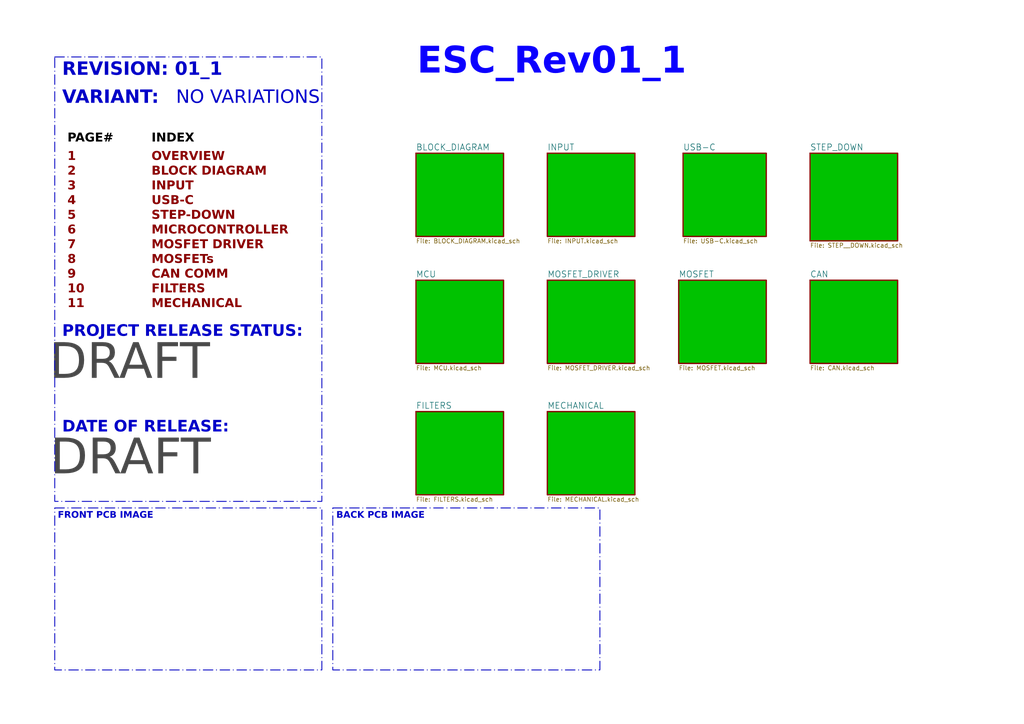
<source format=kicad_sch>
(kicad_sch
	(version 20250114)
	(generator "eeschema")
	(generator_version "9.0")
	(uuid "e63e39d7-6ac0-4ffd-8aa3-1841a4541b55")
	(paper "A4")
	(title_block
		(title "PCB Mastery Project")
		(date "2026-01-27")
		(rev "01_1")
		(company "Integro Consulting AB")
		(comment 1 "00000001")
		(comment 2 "TBD")
		(comment 3 "TBD")
		(comment 4 "Josue Godinez")
	)
	(lib_symbols)
	(rectangle
		(start 15.875 16.51)
		(end 93.345 145.415)
		(stroke
			(width 0.254)
			(type dash_dot)
		)
		(fill
			(type none)
		)
		(uuid aa4c5776-93d0-4590-b82b-a22c50dbc864)
	)
	(rectangle
		(start 96.52 147.32)
		(end 173.99 194.31)
		(stroke
			(width 0.254)
			(type dash_dot)
		)
		(fill
			(type none)
		)
		(uuid ade7c983-d1f4-42e0-8182-e97d6d1d77d7)
	)
	(rectangle
		(start 15.875 147.32)
		(end 93.345 194.31)
		(stroke
			(width 0.254)
			(type dash_dot)
		)
		(fill
			(type none)
		)
		(uuid afe55bda-016c-4d94-b95f-f589596b8050)
	)
	(text "VARIANT:"
		(exclude_from_sim no)
		(at 18.034 29.464 0)
		(effects
			(font
				(face "Arial Black")
				(size 3.81 3.81)
			)
			(justify left)
		)
		(uuid "136bdde4-4ca9-484e-a1b4-ddf47f4bfc06")
	)
	(text "NO VARIATIONS"
		(exclude_from_sim no)
		(at 51.054 29.464 0)
		(effects
			(font
				(face "Arial")
				(size 3.81 3.81)
			)
			(justify left)
		)
		(uuid "1bdf96a8-8ab5-41fa-9399-380133cbb098")
	)
	(text "1				OVERVIEW\n2				BLOCK DIAGRAM\n3				INPUT\n4				USB-C\n5				STEP-DOWN\n6				MICROCONTROLLER\n7				MOSFET DRIVER\n8				MOSFETs\n9				CAN COMM\n10				FILTERS\n11				MECHANICAL"
		(exclude_from_sim no)
		(at 19.558 67.564 0)
		(effects
			(font
				(face "Arial Black")
				(size 2.54 2.54)
				(color 132 0 0 1)
			)
			(justify left)
		)
		(uuid "1df003ef-811b-4673-b04a-c17c13e4a3db")
	)
	(text "PAGE#		INDEX"
		(exclude_from_sim no)
		(at 19.558 40.894 0)
		(effects
			(font
				(face "Arial Black")
				(size 2.54 2.54)
				(color 0 0 0 1)
			)
			(justify left)
		)
		(uuid "1fb4dc59-6f58-4319-80f2-f1fabfc345f2")
	)
	(text "DRAFT"
		(exclude_from_sim no)
		(at 37.846 135.89 0)
		(effects
			(font
				(face "Arial Narrow")
				(size 10.16 10.16)
				(color 72 72 72 1)
			)
		)
		(uuid "25a0abcf-c527-4da7-aa53-c3bcd126cb64")
	)
	(text "PROJECT RELEASE STATUS:\n\n\n\n\nDATE OF RELEASE:"
		(exclude_from_sim no)
		(at 18.034 110.998 0)
		(effects
			(font
				(face "Arial Black")
				(size 3.302 3.302)
			)
			(justify left)
		)
		(uuid "55f95346-bb78-40e5-9595-b0811245b74b")
	)
	(text "ESC_Rev01_1"
		(exclude_from_sim no)
		(at 160.02 20.066 0)
		(effects
			(font
				(face "Arial Black")
				(size 7.62 7.62)
				(thickness 0.254)
				(bold yes)
				(color 9 0 255 1)
			)
		)
		(uuid "84ff3096-5118-4269-9e1f-1f812a6a5c2c")
	)
	(text "FRONT PCB IMAGE"
		(exclude_from_sim no)
		(at 16.764 150.114 0)
		(effects
			(font
				(face "Arial Black")
				(size 1.905 1.905)
				(thickness 0.254)
				(bold yes)
			)
			(justify left)
		)
		(uuid "8d29ca63-9d08-4f98-b544-350dcab9e3a1")
	)
	(text "REVISION: ${REVISION}"
		(exclude_from_sim no)
		(at 18.034 21.336 0)
		(effects
			(font
				(face "Arial Black")
				(size 3.81 3.81)
			)
			(justify left)
		)
		(uuid "a0bd2ae0-2437-44c5-86a6-f73ad6bb9cb8")
	)
	(text "DRAFT"
		(exclude_from_sim no)
		(at 37.592 108.204 0)
		(effects
			(font
				(face "Arial Narrow")
				(size 10.16 10.16)
				(color 72 72 72 1)
			)
		)
		(uuid "ae2d8159-a18c-4f10-80ca-357bb1293c06")
	)
	(text "BACK PCB IMAGE"
		(exclude_from_sim no)
		(at 97.536 150.114 0)
		(effects
			(font
				(face "Arial Black")
				(size 1.905 1.905)
				(thickness 0.254)
				(bold yes)
			)
			(justify left)
		)
		(uuid "cdec3bc3-0264-4693-85ae-a841614b3b80")
	)
	(sheet
		(at 158.75 81.28)
		(size 25.4 24.13)
		(exclude_from_sim no)
		(in_bom yes)
		(on_board yes)
		(dnp no)
		(fields_autoplaced yes)
		(stroke
			(width 0.381)
			(type solid)
		)
		(fill
			(color 0 194 0 1.0000)
		)
		(uuid "4a69dce2-d5c3-4afc-9f40-a99df22bff30")
		(property "Sheetname" "MOSFET_DRIVER"
			(at 158.75 80.5684 0)
			(effects
				(font
					(size 1.778 1.778)
				)
				(justify left bottom)
			)
		)
		(property "Sheetfile" "MOSFET_DRIVER.kicad_sch"
			(at 158.75 105.9946 0)
			(effects
				(font
					(size 1.27 1.27)
				)
				(justify left top)
			)
		)
		(instances
			(project "DesingCourse_Project"
				(path "/e63e39d7-6ac0-4ffd-8aa3-1841a4541b55"
					(page "7")
				)
			)
		)
	)
	(sheet
		(at 234.95 81.28)
		(size 25.4 24.13)
		(exclude_from_sim no)
		(in_bom yes)
		(on_board yes)
		(dnp no)
		(fields_autoplaced yes)
		(stroke
			(width 0.381)
			(type solid)
		)
		(fill
			(color 0 194 0 1.0000)
		)
		(uuid "4b3fa387-87ed-4757-a85e-cf275a3b7618")
		(property "Sheetname" "CAN"
			(at 234.95 80.5684 0)
			(effects
				(font
					(size 1.778 1.778)
				)
				(justify left bottom)
			)
		)
		(property "Sheetfile" "CAN.kicad_sch"
			(at 234.95 105.9946 0)
			(effects
				(font
					(size 1.27 1.27)
				)
				(justify left top)
			)
		)
		(instances
			(project "DesingCourse_Project"
				(path "/e63e39d7-6ac0-4ffd-8aa3-1841a4541b55"
					(page "9")
				)
			)
		)
	)
	(sheet
		(at 158.75 119.38)
		(size 25.4 24.13)
		(exclude_from_sim no)
		(in_bom yes)
		(on_board yes)
		(dnp no)
		(fields_autoplaced yes)
		(stroke
			(width 0.381)
			(type solid)
		)
		(fill
			(color 0 194 0 1.0000)
		)
		(uuid "6569bcff-12b2-4a10-a6fe-47180228aeb4")
		(property "Sheetname" "MECHANICAL"
			(at 158.75 118.6684 0)
			(effects
				(font
					(size 1.778 1.778)
				)
				(justify left bottom)
			)
		)
		(property "Sheetfile" "MECHANICAL.kicad_sch"
			(at 158.75 144.0946 0)
			(effects
				(font
					(size 1.27 1.27)
				)
				(justify left top)
			)
		)
		(instances
			(project "DesingCourse_Project"
				(path "/e63e39d7-6ac0-4ffd-8aa3-1841a4541b55"
					(page "11")
				)
			)
		)
	)
	(sheet
		(at 234.95 44.45)
		(size 25.4 25.4)
		(exclude_from_sim no)
		(in_bom yes)
		(on_board yes)
		(dnp no)
		(fields_autoplaced yes)
		(stroke
			(width 0.381)
			(type solid)
		)
		(fill
			(color 0 194 0 1.0000)
		)
		(uuid "8a1b1718-43cd-4989-a0f9-62c0bd99cf16")
		(property "Sheetname" "STEP_DOWN"
			(at 234.95 43.7384 0)
			(effects
				(font
					(size 1.778 1.778)
				)
				(justify left bottom)
			)
		)
		(property "Sheetfile" "STEP__DOWN.kicad_sch"
			(at 234.95 70.4346 0)
			(effects
				(font
					(size 1.27 1.27)
				)
				(justify left top)
			)
		)
		(instances
			(project "DesingCourse_Project"
				(path "/e63e39d7-6ac0-4ffd-8aa3-1841a4541b55"
					(page "5")
				)
			)
		)
	)
	(sheet
		(at 158.75 44.45)
		(size 25.4 24.13)
		(exclude_from_sim no)
		(in_bom yes)
		(on_board yes)
		(dnp no)
		(fields_autoplaced yes)
		(stroke
			(width 0.381)
			(type solid)
		)
		(fill
			(color 0 194 0 1.0000)
		)
		(uuid "b071a88d-8f86-4cf2-bb66-295bf7cf91cc")
		(property "Sheetname" "INPUT"
			(at 158.75 43.7384 0)
			(effects
				(font
					(size 1.778 1.778)
				)
				(justify left bottom)
			)
		)
		(property "Sheetfile" "INPUT.kicad_sch"
			(at 158.75 69.1646 0)
			(effects
				(font
					(size 1.27 1.27)
				)
				(justify left top)
			)
		)
		(instances
			(project "DesingCourse_Project"
				(path "/e63e39d7-6ac0-4ffd-8aa3-1841a4541b55"
					(page "3")
				)
			)
		)
	)
	(sheet
		(at 120.65 81.28)
		(size 25.4 24.13)
		(exclude_from_sim no)
		(in_bom yes)
		(on_board yes)
		(dnp no)
		(fields_autoplaced yes)
		(stroke
			(width 0.381)
			(type solid)
		)
		(fill
			(color 0 194 0 1.0000)
		)
		(uuid "c582aa5b-bceb-43c7-823e-4bc027bffba3")
		(property "Sheetname" "MCU"
			(at 120.65 80.5684 0)
			(effects
				(font
					(size 1.778 1.778)
				)
				(justify left bottom)
			)
		)
		(property "Sheetfile" "MCU.kicad_sch"
			(at 120.65 105.9946 0)
			(effects
				(font
					(size 1.27 1.27)
				)
				(justify left top)
			)
		)
		(instances
			(project "DesingCourse_Project"
				(path "/e63e39d7-6ac0-4ffd-8aa3-1841a4541b55"
					(page "6")
				)
			)
		)
	)
	(sheet
		(at 120.65 44.45)
		(size 25.4 24.13)
		(exclude_from_sim no)
		(in_bom yes)
		(on_board yes)
		(dnp no)
		(fields_autoplaced yes)
		(stroke
			(width 0.381)
			(type solid)
		)
		(fill
			(color 0 194 0 1.0000)
		)
		(uuid "d8ac4871-c245-42c6-924a-c09cb895b08b")
		(property "Sheetname" "BLOCK_DIAGRAM"
			(at 120.65 43.7384 0)
			(effects
				(font
					(size 1.778 1.778)
				)
				(justify left bottom)
			)
		)
		(property "Sheetfile" "BLOCK_DIAGRAM.kicad_sch"
			(at 120.65 69.1646 0)
			(effects
				(font
					(size 1.27 1.27)
				)
				(justify left top)
			)
		)
		(instances
			(project "DesingCourse_Project"
				(path "/e63e39d7-6ac0-4ffd-8aa3-1841a4541b55"
					(page "2")
				)
			)
		)
	)
	(sheet
		(at 198.12 44.45)
		(size 24.13 24.13)
		(exclude_from_sim no)
		(in_bom yes)
		(on_board yes)
		(dnp no)
		(fields_autoplaced yes)
		(stroke
			(width 0.381)
			(type solid)
		)
		(fill
			(color 0 194 0 1.0000)
		)
		(uuid "e3a1114c-c195-4aae-8187-1e9a7003e7fb")
		(property "Sheetname" "USB-C"
			(at 198.12 43.7384 0)
			(effects
				(font
					(size 1.778 1.778)
				)
				(justify left bottom)
			)
		)
		(property "Sheetfile" "USB-C.kicad_sch"
			(at 198.12 69.1646 0)
			(effects
				(font
					(size 1.27 1.27)
				)
				(justify left top)
			)
		)
		(instances
			(project "DesingCourse_Project"
				(path "/e63e39d7-6ac0-4ffd-8aa3-1841a4541b55"
					(page "4")
				)
			)
		)
	)
	(sheet
		(at 120.65 119.38)
		(size 25.4 24.13)
		(exclude_from_sim no)
		(in_bom yes)
		(on_board yes)
		(dnp no)
		(fields_autoplaced yes)
		(stroke
			(width 0.381)
			(type solid)
		)
		(fill
			(color 0 194 0 1.0000)
		)
		(uuid "e7a64f0b-8c12-48e4-bfcc-b340889fa772")
		(property "Sheetname" "FILTERS"
			(at 120.65 118.6684 0)
			(effects
				(font
					(size 1.778 1.778)
				)
				(justify left bottom)
			)
		)
		(property "Sheetfile" "FILTERS.kicad_sch"
			(at 120.65 144.0946 0)
			(effects
				(font
					(size 1.27 1.27)
				)
				(justify left top)
			)
		)
		(instances
			(project "DesingCourse_Project"
				(path "/e63e39d7-6ac0-4ffd-8aa3-1841a4541b55"
					(page "10")
				)
			)
		)
	)
	(sheet
		(at 196.85 81.28)
		(size 25.4 24.13)
		(exclude_from_sim no)
		(in_bom yes)
		(on_board yes)
		(dnp no)
		(fields_autoplaced yes)
		(stroke
			(width 0.381)
			(type solid)
		)
		(fill
			(color 0 194 0 1.0000)
		)
		(uuid "ec8aa407-63fb-4479-a06c-7583509c2e96")
		(property "Sheetname" "MOSFET"
			(at 196.85 80.5684 0)
			(effects
				(font
					(size 1.778 1.778)
				)
				(justify left bottom)
			)
		)
		(property "Sheetfile" "MOSFET.kicad_sch"
			(at 196.85 105.9946 0)
			(effects
				(font
					(size 1.27 1.27)
				)
				(justify left top)
			)
		)
		(instances
			(project "DesingCourse_Project"
				(path "/e63e39d7-6ac0-4ffd-8aa3-1841a4541b55"
					(page "8")
				)
			)
		)
	)
	(sheet_instances
		(path "/"
			(page "1")
		)
	)
	(embedded_fonts no)
	(embedded_files
		(file
			(name "JGB template.kicad_wks")
			(type worksheet)
			(data |KLUv/WDZWzXhAa6pRBwOHdBIIvkoz/9chfy55v5yDNpXWcNNhOphlO6GgeUFPA4EDgcOsUVwwRIj
				u8FyoXFVtPzS54Z/LhnQ13KRuKE12DmLnOrrroz+nrn4ZvBq2Ne8XdSbnG/gJrQaP6hortt7WlO8
				UcslOFqxrC6Lum4GKy2NRQ9vOROkHSqMXqdzbSlyO06T5YDLMBVi4tBSZAUp4a6G6hZU+7IyCLi7
				v6G6qSg3VkrqRfKws4UUuS8QYrYXR3L1niw9jOwBwaBueN7KNopF3PrX5/qjxNwmkOtf5xQCP99/
				svGXo65Pyj+DbYmqxhzV2IEyai6jhhpr4o2f6jfPcRV/he1abov3DJHc5jJ3cRcG+2SxOfq579/z
				lXXcyiXqMWZigLGG3E9sgI+V1m0A6pGxrn3o6lDfr8Ec3YQXF+VKVtTMNVzO45NpnOmLie5IA8vC
				+YxGxi/P59/he1e9nEsqjibILElGld5q0nztGEz2VCjPQl3etxhQwx17n3o8YF/Yh9RYKZzYXljn
				+cbP2ngC5o71aRgEOjx8dJCAG06q8DaydwTZNsyirB2uFz08YOoPQpx3El0NrQiusuZhUN+PEeMA
				aakzjB9WwVOc2Q/xMUVFg2IQByHqCH7wkDQUhnX7UZ9q5Oq2rQVB5AQU1IGDTTIXelfW1aYZoi2f
				OciJKTiMuhyi7r+9rF3yNHeQQqlMKlriRngX1EIHDzLaCD7H7Wj78SGjDbV6HFtXYrcBiyN2fkKr
				AHdDlrCNEFOY1J8E0lo2FoLCyAw5FTIK5YePEp7oGITaXHuZ62PPT8D5Twm303h/miLcGdNb72Qk
				tDtm9Q7z/fsO3srz9/6avFuLWRM3E+K+vqitv67nhIlveCJZcabPaJKm7FL8bBRgf+yBedFe57m6
				k5N4o9XVx9bt2yEXw2qyEunrqCcZXlSPiwZ63yMji83vDjHL4tCXjhriYN8GOBFJISIQta/cqq5i
				5Eyb9R1VUs4qzNaHDnzbUNHON6ymZfb+xYpiPMcYWANE/uUmFNv//45zrVONBsldgLqaowusXkd4
				CU3SASwptWHHP08bTzDj3wJZbAsFA4ZwyQ6KuaPhOUce9U8aYBwugPdz4yNjgHkn7VjimQ3VM/3b
				hxFsW0rLaEKFY9UjWHMc8CLR7YJQS68nHK4a1v+c8wp+l3/uFq7ekPak3uVpS3NEzsv9nYPZAGFf
				075PPQqUxdYFZc+DDYpo3bWvWwR4CQwoaAK/7j/UZA4DfBRcEVWJHh+OYSg/323Y9LT27e2EelfF
				b7eNYTio2gzjfUCNfJmiSzUjtT05fcCM6NvNGCFYBBrUfREaG/IfYjm6cPpMoMCWrFHZVOOF0fZF
				XwRS2PziFSYXA7IfIRfOQvWr5TLeVs8yVzfONyNG7olUrws9ushxYtMPD1qtzZsF3AWkE4XiKuKE
				zOz3mBD4IuwjzCqCSwSxWkJInVhbVVRr8c1S/KcLGwT9FrC4oPmPwlYPNOifH2jGjN3kRdbi9Y0m
				WYCa/sI547eSpQpn4gn4lFOnbbUEWgHpgcmNtz5XP6epaF0KuJk7VRvcpwGDSJSBbR39/eA5tlUZ
				fdVoD8sIe5A+B3baKyRaAyJARy78aycGWT+3gtMf0XwO8I39P0aty8hZqeVFU8AiPgpOgYVvg7Jb
				RfOAjPtMtBLvxSgiUr5/LhNvJ2cLBCYyHLx/3Ws/+Kq11bE3JfYfB8TFELhq7Cf8nKJDLSaEcvt7
				CrNvuVnFvVZPuwOx/CVElS5Bvb7mNPkpdE/saL6w44BYMyMyQvgSzBPps+HjsiS2oeh35R6bryYs
				gpeYayPmOJIJqDSRiSvPoSlDu4KvjpRhKi0VSJWoGAUr7iEC5504VnZlyk5pHF9Jnp5726kuFadG
				dP4iicL7gxb3NN6pUhYbw0Cnjo85L3PLmUowgzbwPBsqk5PsFI0aU7NiRn8x6ixcsze89KAjfX6d
				9/kjczYT0hDvvrKBqQ72vcUZQuh4pRVtvi17Z/IYBxeeay/AHGJf6XBmBWOPUVKHxId5hDfpIRFf
				ymQXIfdZQ0+vPhZcSSHGNV1yupLexY/vvUtRYY4Nn1AO87ceoiO5c2plV5oOJw/1YIZd5OFJNFDi
				6zwd6kNlv4Zuaszge2BwkLvZscNuDsTR+xhxtXah2On5ug4KYQv2yBGJfYNfJy8ncHgyJ/2vg9Ob
				nAD1CJcrLNgPgq0VjftS3JjP/RtrTGxXPLwx0GIMDFc11JHUau+CE0RS7Lu8RUiyu0Ht9NZLTe+y
				fsmYzN+Eif0/E4ukm0iuX7aJ93L2unqyHhvpmwI/bjtR6T/2t7VP8f/+parNbPdNLktpT/hXdCIE
				qmTKnWlGJ07QsFvDLw2JNPQUWCY9Re4tZkjdR4zw3KZvraP0GZsc2ew3bEG9oSobtJtto5lsvMyV
				/32yt1dZhcaEpFtdcbK74c9nuRpjfG0CUeRI7tqHQvBmpdiucTpFFORm2VjjOTyciFVH5AhpLtLx
				2x1S7zfNY9xSDLy6s0uvdBcDQVM5ztiMhYEDCWUN2Pr/V/yg5nLWOU2lrg9VsJKBjRm2uX+pAP4H
				qOIWaBYpCcdyYuRKws6ycokXAYmvMxw5i+9r/mwHGHnX1/5HwcB3/Rta4rJpx0iiM1tIz0oC6Ven
				hV6zhd7nOUGraUnzF02m/h0F+0McSlA/TugdlIz7Rg+bAhQS0X+fqduVwRLGZBgz949sNYAxCsSH
				Ne3OySiJPOuf+13A6VUmEJXsWFbDtZGfgbfiQrDLQfBr6vQsrHcxr0r6Fy9cXtBMK7655JhkmY60
				oUfJx1Mh56Q6R7VRZK9voIyvYTp74abxV5x8YkjjGw12brZjCW5w6AZCjd6vymZm1noSaQ4qThuW
				WdFEwlUhKU3IS7sw7xNMv+rtdnBoMLjSoEBzt9+19PeKfDfm+YWkfP+0LOPHZPHHJgLySYpQLGHy
				fx8qHJC9U8ZTB9ladwRGcI6miVsXmEy6LZHouExpoNAU8QgmA6sCLPKvFFF5I/F+ogyMgPVx18cy
				LplWQMr/sW/cN3/NtGTyBalGkZSksQIZJjhaAnk+quVZUioyaUXwdjQyh8mhmYPI7SVlNBcP0uCh
				jDsTLHnq+0l8tXKLCNUXvLbmG3aen0WI6Qx9N/dai50seLS3GyhB/8AdrWY9dy7bcoWquMu9N2Ui
				Oat+/WICfPrR8hvgyOe9mh5s/jXwK7CiG4ghAprIYjpDeXxzE5BPNAd74bTL1+wU4MmvFeUq0CIo
				gPT5bFGsmR4MFrOjgVCxqIiLLzG2GMHeoHOQNRrdjj364SCRhFZIAVspTLMVzwLPRpvi0KyqcHkQ
				/mUcCPdTSN7OHPGINf4NzB8vSOKed7IPzk+ePHkjQUcsOF6o/qErR/UfhZ/20JiQPGS6F+CoL2wJ
				QsrnRzfbGQef/TH5Bgq4ZpzzzIPOkamXoVKSjBb9dnPL5t9AGQ6rurtRy9bAwpjBpzHD/d5e1vsK
				Ii1BAe6Eq2ctIgyCJ7OATcsK8MKj049iV2CgauZl6PHkrwx/Je1h31PUVRVLj6jmEIjJ5DUTiS4M
				ZsOpJg6r0UdOIalA83abhJiNZUI3/mqSdaa4nFVk5Ox8T2zzlXjQCRhpTG7SCLZkB6eQ1nSqBv3P
				wvxRe1wUFShIuhEcPn70+8HsauEGt53cgE06wcXfD5qL7QsFuvY6iO5otV2IWkexD95/239tL3qp
				HktNw6Rx+2c4qNOs0lGFNRxz5wLyePFXgrtBh56T4wG+a8Acca2XG21k1w/tJDn0Ag3d7OgbsPFG
				pVhK4p+HU0pC7XCPvaWDZ5jTswLk0DqTacrcjwnPafHfs/iN+DVm58VdfZTsPx1Jo5XNLLZSGIlT
				wjfQYZL5LnppP/4hXRQd10lHM1881WgX+8OHewXuGfU4R61BnlcfUm7UALtB7PQogyFjjTY1O3Sg
				s5hwNkt+ZDY0ENn8mwBVw2OjjZAdXxOY9xzwBuSW8IdecA95HM2r4yCKu2vCJ5N1HtiiF39nr+m4
				miVsZKrBKDZzWLsN+roeGk54ON8hj1p9ug6ydNGyHrTmU+jim3WxtxfH8L0pTHaLeNs5Coekmtpe
				U2GQKqOBx0arGnhvkrKBpr9bhYc+m0unH467VoEBtV9BkPxYkDZtZWINfiMt0rksUoVP/VRB9Vk4
				lMAuFMWRMeX3WDD5ck8beZ4lQWSA3N3KrUSvcxyuD6v7uGLNCW7YkwaaBKsQGqgrijixatlAWioZ
				kw4AAHBeWr/2G8K8hmiPpGmhF0cXclEMHwWFclBINk/58B4LRi3oZQ3NTtfAd5oTugM4wMzNlDhA
				jU00qU05d89kp++6bgYDqg7IUfWl741RGAQQxsybN1Qwy4GABPjnAanKq26RFAhjFMZRMAaRFINB
				fFkU8GezlumnGIYBAUNxAIKAgyGzZgtoj0J9zfZFEeUti4GAI9BkEVZJroS6sZm7BxygOKBQEDAQ
				EfZVX5y7X0EUROoekKtq6xFAaAAB0moAB+SmfNPrAbdam1sXbc2m/q6XxvR5wFFUYdTtarcsAzjg
				IhBwHMAMRKZVXheFC4Cap7oYUAAEAQiDgOQAZWlA9DXQAiLQ8yoGFOCABKi5Cd337d9qPqvoAf7q
				5rj+Eo1fIAcM53kOhGEAAOQzvRIHIMUBOF0PgBjAAWeODAZSHDAgfn+js5ubaq0eMNzqfNNoHh8w
				HDAMAEbp+DxAjXM3P0Bt8wPSWadv84ABHJDPqizTaHFAcUA6q4dxwEAQB+S3meMDGMABqmzOOare
				BpDpPKfPms5b1r0H4oDZZW9TXkC+qvEBEAIBwwFtnrq8OrvxARAEEAeov4vnvZobAAC1nqv4gABm
				AAsYgJuqC4jrARxw07l5q7PKHmAhCMIohuKAmXbxW90NAIAACACH+QWkJurCBgjy5P0P6haQw0/4
				nw0CTljZRIgJLUvl144K21RvIc/63KIh1jZF3769Y3T3SaGr/0k6AgXQYL7y98wJ1GVimAkoJI2Y
				q5heKlfcIX7nBww5Q348qgcZehe7kCiwG/8DED1ByDLTF3yL/vFz+XHA69hzBjbiCQZbF02BjYeY
				uB4WESPJtiOMrTRyrXR7oacSflYbjGDF/uYkS5tn2+So48zAAsna/bixo1afVCUeyCHStUMLsR0f
				o3+Syaj5vdyo3BvuTP8m+zQuFpsJpErAtMPM7zRHnD1B29T/62InhT4szYgL9pj/mPy5dQa/ksHX
				l8F1aILEdLGgsFEqNsPtbstOPWoPP3bnmP/xBXKCfLodftXtFKxBD/pbu4ShOSb6xYNW/ooM8PHu
				vIswNRisakhoOipRWLmhzogIunvdmRabhrivum3b296IxuWHrsokcoQoyPUItx9Q6R+7y5zc9zGG
				TfpxP9sRB7MaHb5tRM4SjvC8/Gr+7Jd5xXiLS8JAvvr7Q4HNXGr4n4KrYJfi0yBfrYwNiHERDZeY
				pOivOM4bDeVrT4kdEHibcPoK90kgS5AlOEJBNiiNT9C9Ds3vl23xqWjrqPqdVCVdJatAroRZOizR
				ls0yVkO+o0ZqcoZfFxo5Wa9t9rntTwpgtLl1vrsSTMAFaWY3QZIa/EF8j4vrezFxtNbd0S61iWRP
				/Hyj4Zoa/NrHUkkQ4j10XvusEPzaMW+8/oi+YrJCszQuHEar7902z7U4DPbHZ5KKDAak8mxqf/hw
				RMNG8amJ6WvE90vLItb19y3vGudE9EoSnylEWM+o3AX1qqDIlT3WnhImqtMFFGBft8OlFLebzV/J
				LTSuPWMhthNIZJKsHiC7Wu/0uGhIOllUpwdCTUNNQEbhPPUgObS9bTRHm2PYhNp1tbAILjf+6ZzI
				ukVPpr653oW8NVxDJKNtwlUxL93Rns9JrbsYDBHbYW2oNvg8yP+al/J9VF/J/BV8WFXfyVqEn01K
				Cwk+PVLaDvLVN03D36D+eFRD9i5diyvcaq342cVs3nxwbhCr6Spv0zfndIAfkw9A9ch+KkclXEol
				BekZWb0ry/KHLo9tmnnWodUeH7UNGIEw8YPPFGXGHhKUnS3jcoAHolZtLTJ6J6R3Yi1RvInGCLON
				chtDv8aml0ck9Kk4hNi1KGJg7Cl8eiiodzTw98tTjtBQUnJcPyD767OAtnRJISUxE6ezbrvIMmRf
				sBLLORBJ6NRWwZNgJMOKU7MWbEGsJMdSar6NrwqMHDvs2iMmYtPEVUbp7E46SiLYbYMcPUnA1mZj
				/Srr0InGD5UJrkTuyUm89TBkUAMouedPhiKLht2Lscl/wCgfundY1KYH6l+IciL6oa4779z1CYZf
				lj0puQ/zuvzVO7BNgH6rmoDaMs/xA/OHwyz5fhvkPAukRgY6CtXKHW9utFcEC9csmF7ablagXoJ6
				X1pZLFYhyZpHestqaVjxI7U6x4VmSo6MBXfM69sDlCAjNL1URmvC/5V0XRfqqaVm85yEPVcKcxa1
				cbzSnSqFMQsJFaDzL4GoYp9iB0ogXlA0hpnvpVGKctUQQYI+fRy3DMF7MfKoeGWeXnKWXShYsM9F
				t4vfz3NKJRWRNYdEuLlSeOO4cyp7/juhqraZ+xWcDSx9w/h/iBGCjkqtEBd2sxKXKmCCrrr77Q/F
				MA35E5qDBUpEDMmYl3paeCz/vHhG0Bi/xi5I0iLz9RjvD78H6j/secLBNdy2IU3xtfiXgG8foqNK
				ohaC9eypX1psczh+TBSgVvnK8SvTLcS0FVgQ/P4RBItZtau2k8ElZPEKD8trkEcawfbJ9gWrhuYo
				aCgwIJJPS6aKlaWT4edIhk1FBOnirZ+o3BaWfzoEj2q+QUJbm+Br/IO9Ftg2T8Sn4BGXSUOdtZS6
				VF2rGwRJohFVz87/dMU6YWHeDkRVicFVEptW+eRGeF9y3Hq4jqvCZWn3BpnFFlSVjoxdm3VFz7Kz
				tVp9WFCmi7B2t5+3HupMFxSqeydrlmnbIWyqKS7zoFmuWPt//6NvLJ5t4GLplWKUYgkLoTdBkABC
				CyNekO/jsXX/eW/AyTbUayEpSdPottJllKMpIYuxBd6DseGtuSxIhG5USDYWtPVQzE0BCVlBkT8z
				WCpM/7+XLLeS5+RS7pl7PrD9K0t/C5DqSgmQUP6iFeP2a61glyR+C9IZVgTqMQoQertZALNpJPLC
				L1dF5M4i6Cs8E1pfzAzPtkPIGnwnJa4qHilQkpQqSSUapxz/BXEyJF4dRkIZdnduORAEKp/fkfu+
				bvmnKIhu17/VG0oLGjibrhq0Hc8x2dCVwnPd4ZwHVmnEBQxJZv8ad72sg8umNXPXOlPGd6xW6QfL
				aX6JTq4gR/+CI+kwURQ+HnjkLavRzFV9b8/C09yvwpsGH8T3Xqf9B9KOTeqOqmPq5qM5jj4gdUrq
				1QnO/1TtN7Sleryj+9c7amliGfeIBsgehCkn27d+aqdR4+N6JfSt6364SzrsaU6Q8llIWkRjs/Oi
				yMugmE2hPZb++eAfFG30VnNaIw2N+o+n8Bztol1WX0/2P7imVLn9TeIOgnV2VDIVSJzdtg7M9lOh
				Q8bH3Y8Xzpbil5HIHbtka1G1mBvJs0K4HC12kIXF53UlTpYF4Sa5Nnv4B3TezFPIlf5GKLJSCCqm
				mixNluM5kCQJD0+opc2AFTlKTnncq4jGYHfi6CawopCNyWdrXzB6YBWHn9vREDzvzDerdkC0k9R+
				+OxoczKSlK9HOPQA9UICXA4PTl/RLgp77wVHs2R+qlmOet9RfVHqz5fC3F4UU6Xmb2O3hQknslpe
				NToKgwMjZ5mmaRpYmOMI2sM2nWTFIA1tkja8w5Gci83raqQJlqtdbv549pF00S3XbKvHyPGW11Bf
				z65Hsna2+6TzIJoNBhe95kjyP5rn3Yjv5zUOFR34aZMBUpEW1M/Y0fXKHj1tKyzHqcTTkr2lcXJN
				WDURatH64a9iYTnME30qKHMK4WGqX7asfLbEN/boEAan73Yt4krjiDpkcrxhMgRPGB7A8VlbREcb
				hOhBTn8jrBP5+6AIHf9PGO3HZldSi7ZrW/ArBM1Fgh7VwUypgJYh8UGfiNnNCzwQ2OwEXKfirKDV
				XAMuEFZ2ZxsPDwQ+e8ZBKbK2sXLuTAGhts4IJFMEjkzGBk51Vk1ziIKhcy4qJcau5ijkrZhhqrx0
				1xOTZHvn5EGXFq5GaQ/3WloEcprBwyavHFGh22HJlIVUleAEH0/ypGfbtji1yxg5PPX2mFJM5DAb
				dKPdacE3MKoZb5WjC4SMPZIW0vi7J9qVjFnFZIcd5VG7zttlV+VZUOt2SIt0oDDBWHLmLPagBDdd
				EbaFTU/74/bv77Z4x9+u7DBR0l1WNf6dLlA4PLgeUpgM2cgjemv7lzLffIF2r7T36Gg7ZhUOfxqz
				cpg3VFRusjN9fHsi+8Hk8ws/AoQPHtzD6IYWK4AlyuquI9NuNfYsz8/DYfIhkax6u8lTFiy+XusD
				2UsypTyHdBxH3xg67LdZ7cI6gelD3tuyaNgeGCpuVVLede1kwgoqxE7dBf5BJZ2dBywsLNZxuIfV
				S7jIVYWGoa/g/SIfdgpTFO1OY/kFbFxQKPZgU0N/Sjuyx3jmObUQGIwS4BaUPqiBxwunXlQUr/Qw
				v1TqqUsrYTLa14MyZySVKwJH0N406neZTE1bnWA/oTiA/Qfk21BCrE8ZRnZKKFlvWuyQNAbbEgcN
				dkxZ3r8kDcIxJygj3lJVp/Wu1Verd+Zd7X4aoJZZ6dkG9UjD0i0OKzPfCH1GnIR9tQOMpEVCfiPy
				PQ6kHbkHDqy7jUI1F4ZSzpaPw0Oq3TV3r8JyzXikbWKITjykBincZQ91y+iOSRO1LfCp1eLTdpSp
				ZZcBV11H26XzDH9WG0P+8ipzMc1c2JL2xHrqGJN3pC3r+VOoK+ukppeSspSBj9OjrHEUI7mmcbNk
				gJtjHdmDUbLIaFQfbP+mi81DGKDiELjVUOFurzZnIoKkn7e0+RpK0uZ+JyG83BIiPJJSq8pa3+Pt
				MWBHacgRk2ZtyRoYdL5TCfhf9Vbcpf0NJ/Jm6SW4JFlt5Zm2fsSk+gnzL6tEXvk6YjqYVOclEDZM
				0Y6gmEd+dQumJDyYXHv+I3gdRWbTqNIG2zT6o2frKnskZOy4QVaBMwjWnf7Bnvx4S9S8ioc69s+w
				F6g0tdqhLhHDDu8V7q/NVL13hGF2rucRKihPnn5t/ix7d2XR8dvRO3vCFRUEpoBbJ90WyAKPVyAI
				O27Hpzy/+X1Jpxg76YqUz/mUYv+17TiTBY0PzGvMgo3HT6woJAz7isVImXq4SVUdK/Udg4vpaAcn
				91swx2sJ9bi4NRqh/wnJr3EHPNDIusIguy5VszjtYHOSuzO+7pr7OfmrFrNAibykYoUKTh0/HzBP
				Z9mXfHD9Dsskh6r1RrAqQguHibAcH1HtCvZHEXm26Mga1fekJoAqH9XgaF8oxBMMLefXP2g/LWng
				Z+L5fD5nHn3QvEk8dx3pCHeiSWuR84YD0Ecb7dNTIWPBZB3Rha2XhI0HOL2zumz+NrJPvKpB0+uG
				I2IKuvXupmWMLqkM7Hya1W7tPaa3DjSAhAYfZjrTnLKsJmWtMnOm8X/stjzKo9vme6KowA5X1HVD
				GUFCYdRulPaUUnPOuJVpppHTFk1adHiif6sSu6LJnoKyps/OWdKPBPUBoU6yUbbcno8IOLWdbAko
				+L9GQUcZdMm/aHChXYxCYk5sJpZvsH+oykjLT8xBUn50fI5uUkrLt5HowQG99pC70wY8UVaKRRSq
				Qr+VFozohFbWQEhIDMSKb3nAC9/phO5M0Ve1pHjkiRox7ScZxauZyVCNSQ5DiPu6uqZQmBwwQkbS
				WOHoAsb5VJFPZ0cDZ1nahDLx9NeAcshCxhYeSCukCUgIjYeI2Z/sTTtQoIg0efuqPb26+GFVaBb9
				nrXmeKmhMKNtzCpsFoF+PKjXhJLugLdjxp2L1NDSr3nOlY84TPpdXE6MaHIE832VHmf0tY3aXjcn
				/dA946qc281a56HqHxGv5nn4/xGYEeXqp1dfLfprbJkbtejc75joQGNFazFz8plqx+FEq/43+vDI
				IylHt12AY86EmYNOU1kMS53A9yKF3NFcJtplpugNlVWJtiFczWnJ3FOolKKHHVw6z8ROtDeQJteh
				AqUbUmgaNcPlk3ds33X7T7WAuE8Xfnx1X5sbKy8mVmYKMcvsXrvwX3Kophtu3P/sPk/hQUP9WTIl
				C3eWJUc8yaaMqYt6vLly1qaSxaVkFyUXcsxRyF83iMngtjbN5vfWuM/kXHtEfnIL3DfN9yIenUJZ
				F8ncpPQMkG8OzXrrrzlcuIHhkuNvfrjEo+N5hOerBTEa3umd1DYdQHkRXSE25712uSrEXB/BeAV8
				dKG/U54y6+BcSB2J4BiYGMeb1GMv8OuoDKrVfvvVgcojjgdcW5jOQYMRsE01a21fFp4Ic47lKgLJ
				e7LqZaaGjJGc/qtIpXqMFF8UEbAcbuJHJEB3bQbaL3mUKbAcfbE00ZlE7ot/aH7DgPxBQJL3fiWB
				La9dErCJ76nbQKL3CHOMmmz/2nx/t6QlGQv+q4Luueu4gjIHhFJnaToV3wsyv9CSV+r03RXIHVN0
				fdnVRR3anOLBylj6Vfhb+NfA25nfdhV1wTPg0ksuETymYI65aE8iobRZQY/egSLGJoe70CpDkvcX
				a3Mw/H5Gl5fGE6tnLEfc5gNvVl3rSyiAdZPGv3f6IPNDTI0UEWoXHtUFKs4vecMBT9ZrE6qxzCOQ
				fjo2yRSSrb7zhpyv9pSlyDS8mDkU0Xa/QwsavurkS3+nwmnIE3rFYXXnhicHpaPzte5CsbcqB4ob
				C89F1SuCa7W7ch1Jq8FfUqjEEkDTBeM715US6/DodnVVCThDZ9mGfkEPkryHQ05QOPV3kg99Q5X3
				RUAMZPVXFaiiT7UJdzS8JInRqlgwOwCf7ea6GRQEPFBZxcBvGIkAs72PVu2gUZZjAmv/hkICJlO0
				L+IaoCnD/YiFMlnfaeGKL5Kj+FdnUWHjIBMBlTYjmeX14QOzMS9m7+Sf7u3QFWlgrjFxpSeM/NlU
				MHZ6FTE9SbKJz6nD3VvVPSPVNuP5ws6MzDoaluNXvK6kDVnxXVpRaM93zy+EFTGfZwTPxOnM9seS
				qWht3HBWcIM3piQptFrds4yvzMqiN/auXN+1XT+ZBepdHzBwVRqL9ERtmP9TcrDVyw3p+gykk5uu
				Y3U2zISI++eiUAHtlSp+C3RIbXn6dSVMTtFonrsxl/FqKAE3iBpA3xW+spdzVY1mVTJtfu/ctA5Z
				Hb1kUYv53Ubv1NJK+e7HUeQnbsGCOxgPRoLZaOL1nGrDLMkRGtGfjtDg5Z/VDBU5kFhnTg6hiVlJ
				7ywseWGr+KG3SJn/PGmlTzQ7ZFtbrIbRNRwQnrT5M0JMrv4tAt1VmJcUAhQSzsLg+yR1S2cJDi6R
				Z3iIqqHwDD8azMEmzjm63y0VxelqDMdoNa4Lzg0jFcWAQZ/DOKjnAYrOzWGmmNGM4iS6Z1XtD20H
				ZmgcCZg4Yf4tN9itM6yp6DUZqyOwu0q0Has1e07fgZXZhhphA2OxpWElMQlOXh85wKMZBRikGkn9
				MXBOo5kobqeGP9lGC//v88CcE9eYwmePp22MtyC4fYhHFCWhu4Rz5rIIJ5QgDsjnafCL5CwhXnEk
				h4KldSh8994iy7TKwIfDrI62L0EH8/GflDg95CdNRuUWGJkxIqvLQaebVnxAROov1Nw+8JXGpUx1
				K+Xggwq2t7SPjPgBgbWV96+ZFk6aJlf3Exq0GtAITDtP9HEodt2IbpcsTFKwP1QlYTq7t8T4j+Fj
				2Ccilx5m0UkIMAjH+dBGY6x0sAULH3p6g20XzuR1k91ZQQ3TP/IblJKR/LTEKkt0no1BG6RKHaxj
				GbVXiBNmqLLRssPN60LISbbky2oSSfBHlXnEqfJb/NoQYckIVaJJqFcFs8GqKzjZAdbD2usCOWzf
				8AHzviS6UMMwKDySdSkxuIhqYqe54VedZ83R+uyh7y0JV7uxSLa62EA1kGBxDjs4wkpFOOdFn3Ey
				37rNSupy/gYiEX7grbQ74hUxTBgmyJq5pgtOCqHNcpr/sNYsSTT3tdpsNR0YRs4dPyGND1AIa7Qs
				u//lVccPVNOfN+kGFfqFT5OpYZ3elmg6zQHUw8t8Km4/+2fRWzp31myschpVSULhCDRpx0x2cc9C
				PNKJsOx2LkXHvAcWqgciMIKYGk1PNlTlOWn2VTGkVFR9Be16EZfWGntvpXna7xzqojiaJbQX2GDM
				CFlbQjUye9GH0U+ZF9Yz+pg8RTP7LRi7eNYnJ0wTMVnjiObdVlF1d93TUMFF6/PrTqe/rHJBHweY
				DbVnXDIcojz4YzQO7xT/q6387t/h8aJjC+C7ojphjK6KXe0w5+vdE7on3LKof/IUUs2JHSAYLDy/
				ale9nPcCgYNvT0BNuaKOq0z8pRfADdll3oj7lWGP1cFd8KQ2FcKoj66ZxQdnjLD3dgQKLh5OsaPT
				FgYTErM6UkMFUZ7onErmJokg6OQt7SGH/EylIziKwot6SYWGJu9BsqX2zQWTLzCUq8p4EiZr8oCW
				Ohp34TBZIcGrPugzbYg9y1eUoQw8tQPmbMNiWfryNTa5pg+5QIZGOfXYW3slYcbUPHH66CB0jSd6
				Q34TKRWeKv2RIPdixvZ+VtWUt+3+P3hZ6JQvehzzHFRkhPnbUOO9BdyDzu4YBOuDmcSINtejw1uB
				ENEtcCPnyzP7NhTwSWNL1YX/i/pLB1YW0tUSF/jR2xzVX/IJKBJQS8BrFnBf4vcYkKLVIeolkIKY
				UooY+dJRu2sOjq6Y5zP8LmX+/pigSEr4gPG25Je4XErVsRZTr86w9GnJLwnf7Ge7ZElFHD1b6mar
				RgJedmJi7ljjoq8W0u+EKyTBSpKASLcxW3xCK4X60QMWYsAqLvrlawdPC/WJ1crLS3O6a9SwRUbt
				zRm6A+hzq+lNWWI576rO8oysBNWs0AFLLzZbvO7ieozUu3+xc79A8SymfbjrNbph4PRwL56qAhYO
				AdNq9WCgs04HOomvt1tCu4Jv6W9Q/0mCMT1lKXpppsEKtDVzN0Qn0jTFB/K90iOPwcsEIoY72GFd
				VZASWIjtkLQ8DocC8M/9WGQg46Ak6wzCiXKtrNMLAbD7vWVdSspYPKTDILcXXUrFVIJBcYnOXVtv
				uw+BA9P4ym8PgGXVYQhyLRAS4lkHw0FmBQbwXG22Z3/hi+1m9kBtEqD/QKoQRqLA1g/7vSUTKu3L
				MFjdHQkzmHZqVVJv5U8FdDJTixhr4g3aZNPYP3TwlAK2NMKKHduLw+kIfCeQSQ+sc9/y26sQbRKY
				ysK2HHDq6zMrd7Qgjll7jFCQOMurFM1SbJBvF/J69dCawjC8U1kZdWbBveXabHVpL/yXgIiTHyO4
				9panmvGDAlPV0ABfl3lvz7iMXaxIpK84/t1ubZgFZv+XcBxFEfQV0sIwRS2O2X5nlj5VeJ22Nwvq
				wP/N1RURxJlbvhrvAd7fgjje0Pnw4k7eooXQPaR6jJlXdF6NG9yh8N2cu4ADfanDLG5N0flL5gie
				hEYgqX43A5Fv+a6Qfcvd+o+oofUru8HfgvLNKUHzgZROuQT/p4WSajO6QbvHEvz2KagvoBxBv9Co
				yl6ujL8udV1lCFupetvRuJDwr0Ns2ZJzPxVujp0U2ry5idppw3aT6CS4csoh3Tx46APjAxdMRXX+
				Gvs2HDgRrnOHlUrUg68pM9ZPc1lI1MfUHspgUwJkjpFVQD8SBHxrteqK1b21wW4x/hjvfLIAo2NU
				aEGD+pgSVmOuUqZfxlSpXYm0xmL1aDxYlDsXHybaQvYTMeYvrAqBs1xFsMxKimPuw73Qjr2nMGDB
				UKUjXY8l7/rFdKtkaE8MpU4jUDX74BNUOJAl+fpM8++h1H7pIcZUQ3+fPYcEZIH4lABsR23x5j27
				PPiVcWq8txR6TZjQBra/Ven/clRUHNxpwgtBCL6mpV7pvUcRgT/d1tH91Hpa7RIar48NH7fBSO8u
				9S5sNrD9m+80w2GgnMEqq03KTnU2i4WXc0eCsUgrlO6AEPDwTlD9IFlQkH7WI9jvIkA3s9HZF2LW
				GAEZduL0VEh+jiiBoYNorORdXXj+v3Zz7rBC+GhwoWEYo1AZ0P4NM5exIOr1AVwM/Cl87iax/iEN
				6wR641aLPcfG3FOg7vICseFkvKll6xPSTXrB9mgJSeNEqgqtFIyTpI3JruDfDiSGInfbRL5jqIgm
				0MEyHWZtyuwtQK9isSZBirOJixks3nrDR6+72THLJCJ8IH58IfCghi66aW7P+brenbrXt2hu7Ff0
				EaxXk2aprEuOCxFw241tb3A38FAYWmuO1dJ0bVUXxCpGAtuUD3leOk+ZZ0snGKmDd/hTQ6/4g6bA
				ivQbjGQeXYb5ukPaq9lg6OisYE2XI43AzbMe4HCPVio0MHlcvzZ94qO2XpXPaeJHVOZa575gLpci
				eqoathNOnqVjZfckqEs/njuXlDTmQzEPHG/FTEMJJv5mgrpScsmEE5z/p2wBEMABFKAAlmUt+I4Q
				sLOcBkex+1Fe3K2DLYg9OVvi4flBIfjkvZouh/+XQFftHf7ypUV3hBvCZ4C7+mnBwU+rRNCTPtN6
				JVWGsrLo60ogi2hyiOUFpducq90i7SnKIAqfOS6+bPDEbTfEaBz2W5YbEx61h4awc3KhR7HcItlr
				DnMJoAqMiu6tvsZrbqfbkAPiSCSL+dnt1SCPSkFmt3gBx47HN1CAOyOyp7wnK6IsD1P4ikDWKaxB
				Ntng85brVjTNIhiXUNuOT19Qnw9ZVMhDQkeB5pi7G85x0SLPbsoyer7TDQlFvc0iuH8p+DAU857x
				IIc5CMvVUgZd9a3VwbEuhKTPsxFOExEm2i2pw5BdLUdCCZbuDwLeH1BrfQ1uFeOWAH3i4amwYroO
				RCamtnl4CziMySeY9H2a2/h0xio9f88G3UJSeMCiPDwZwzT0khc0J3soxVvhrSnWRqp7+z/sBNQL
				jwXdhnJ3cKjVEY20yEFguoo58klaJA2xhUebd+x7jeeMjO3ps0h0w9rktsCFxG9hWUNgyyqEYE2f
				R9MMakUFhpBRsOtRwvqZBG9Yl6iBXQUBFqJDrE6eCJibS4phCogNfK/cCkL8volCCz/dZk7rtUO1
				2qMufaOEnG2Za24ZFvPEKkSkgN0u5r0AevhIpRDmAjNLOucntcAYautkFmU/tcXuyYQpM1URzy2m
				zlmbIHR+68JEUiiXfKM8LtOQxq/58BKNIQy3JQly7rLxTqPQFDnGJKM2mdfzJMN/Do09F6v7otMu
				CHzCzfWrqUnYLvOCCe4+ZguQghID3ouc2XPQ2ROiWl0pCPidJ+bj3am2MUBKRYvGHNBOg1ikjwjg
				gY/Edl4ebMFH75p3e85AQvYikCJVeRg5vqZX1UYn5QIp7Rr1GIzmCAwmUbqLvFQIhp3aH3HDKLHI
				r8+n0dW5cLlw5ddKczM73Hj+D4+r8bd92V/3nHweCh7Pyjq/EKzJe/JE9OHirx0VSQP19nZRGPvH
				pZqzWe+wsobigRezahsuWfN4aI0wM/kLkf2FPn82Ygt8Bl+OHhS8/4vXHErChqc1/Yf5cmGAKtap
				1P4gz0rkynxPUovnp3jVxyp9jIFGmjK8RmtGCpGPsUUJY4AmLTTFAus2etu/Vnhl/z8sx/2uFj+d
				pPu9ImYxqc2LBKpVtKc9bTAcUEibeF4+kHJpu/VoI/Qw6zGWnE3UzC+HycFfOifjlKUrkl94Xtlp
				2yeYahrGaBSfUbVKgYuVlAdT5ce2oYsFx72pLF9YVSXTc7bVfHpFcfBi4Gi28oy2VJXDzX6TdemM
				aMEG8LlSLYJ4PGj9XM3b/WDoHx2y2s4caj5S7RZMQ8syx7RGwk9t1bz9F26VXg0h4t+eSGhZn2Dw
				XCuUfReU9usWii7+Ah0V7sB58fmYYAcVf/isYktIKNo0Z4ZiDTnlVwhuLIheV1DpwRS5LrDnv2Pu
				5Kjo0rs+hlmS3szFT9wzBlL7lhbIIqjbRC1C8L4YGL9mE7ULWEpOqiULngaTbP/CfLlF+8a5HTKm
				KkDYJ26dX/aMEvswfUCLFWUt1kAUir/a4L9RO0pVPx7darLXj56H1TVQn6416+emgunxsjZ3Azwv
				IN7c1uUBI/KX0ewFiyneko0TlS//Arj6FAY7IUFMrwsH1ThyZ+dxM38fn/SPTqKoQsZyu8B2yzrU
				qibs1gc4hDBdbccbS73Uad5H7BlW0lhAOcdktn+lJO5BNXQ8qMIy+bgKIiTNGSXz1FXMuZy/EOG6
				vcB2vewlM/Qludf3/6T5I0ytxRGmQm2Vzj6IQR0pwcoKTW2DOAnKJcG36DJEQD586nBsM/O5Nu2x
				D5VAm/Src8O1XMu2ikwlpqzovVPRl1cp8gUChc3jlQ0+DLfdK45d/bsdKixe70UNWzBebR28fbHQ
				NJwLVpcrCNOabBIKsm65jpWinKC0SFL5D13416bUVLPHIRHYZwYrgeNNOTWGgfWPS6ST8B3gepm2
				z8dqasX2A48p8KUWhrweiZSYxvLyt7YQcbW/17oedQgYFXEGYW2tpvjN1/3+IVOCNIlf8ZNBPkJa
				Y0jtCWpttq1tzgu4BYsYJQgbyAr5lciZZOqwvtIGxxcjjMKj13aOIL2vhg+KuV6mvvS1WLK1eLJt
				Y1e4BWxmdtHPVtl52FMniILoCF/QrpwQM3A1VLe4QqAkDkRMPRL7Uw92Xji2nBsXxJF0Usn1R+Vu
				SHu5FG42O8XpJmBEbTXS750EJnVPSw+NPR88243PF6T5AfaqX/hjW37KT1biZSMB64KjTqmCZF6F
				ZP1rbPfmMtxn2NYyr+UfzXIQ1MkqMZB1RE3Oct4Od+XmxH9nsD16H/lx9Rkc4GI/4dhuzGk7TIFv
				HlF/Z697AliDaBrHiZ3kr1KCq4wGVOVkMNwzrqSG22WnCJDcYROMXqoMD/O8mOisA1fYKnEEC5iZ
				jDwXuFoBjaJIvqRG85ipvyVEZ3hTU6Y69XHMu/u9Tee9Ok9OHEF6bSoR3l9UVJ7xpQsiFZ3d15Ht
				HCxWlIoj7HsX7HvaZoeassdATGZGJbbfJZlAIZ39WtlRxqsjCducXewf4Vgk3CanpFRHSuGpj1XD
				R1ux526yPZDmSdgC6I58MdtrflnkOqdTn9oWDgoO7en1rKGZnL0k32exAed/p8N4DhnDLuv5aKYW
				FfokXK0K3eLHmj12rqmOHIQDR4qjzBA8fkAxXxCLTcOZU+axJwXQseUnwubEDx2LDI+KYOc0rZ8f
				nLsMuXGQ3a2dKxx224MvzHvNWH52XNmgSQomV2dtgaGI3VJTkzyzFtVxWUu/lGolI9pFyD5tf4/Q
				SDxhNHugvBUD/r/wB1Hka+UWuircWfy1BW1htOBh2xiPuaJXOxJoD3tYn4vs9OoE13llnrtPdMxX
				DUM03aRuDKq6jARUOsuEPCMQ9ALbPn+xeIpTjZtM6BflYI917o98eqBT4uzfdVlQBz0V/8Kxy/kb
				xQFZKVfCC/vBhWkyyLxP8mnwdtfOK7zbpgJjqnAumDSPuMtTqrCO/pk2h6vikutvOK7w+fNAnSY/
				u64JjgIEx5Eemf3SQa0ktHCX6KCnzHOrnRHBxXWpIf2eRZM9juc/m8yB/KR/NP8jDyzxBgvBcL5h
				lB49ybAqtJEkwhmOG8byeuAfTDIux8q96HDuNQO4f8ZTb1pX/gtP/LM381mb9PcPc89GYGZiuD6D
				fbia1hLvKAU8zLomxVZjVg0/iTlku0NHIQr0UUdbAWktRbMEZZNRsOyNbe9cVVpll18YNkm74raP
				k1BzyWnYsyfC7JD5fIrZZs1rIQ8GHwRUSe8QuQI7gigU+L7SRCOhUPbCCzWseoHtcOhKJRa03Zos
				c1v6xbUKDzT9Du2VYpy7z5AdMoapz5IuV+zXzle+8qovo6KCYL+6pNp/t/TFdq39KN2kiziAdWS4
				90pXT29efitBMS89G/bDl2+ghEypIm5UKKtSTIVytifV0l+YZLu3qlG3JXfkJSlaiVKX/wSegjfF
				u5Q745x9tl+ca1X0B/jPaVkgZFWXmSDKXaBGgWQYLVjulzv/o7/78lAvk/KRE0SzDELxYqrd/1yQ
				uXcKfCjYbzl4NfGI8QxyVqW89rTgpDhnHxvkTD4X/qoRod3MCKWKEPRC20uETUoyrMHAKWvpkvxf
				WaZtus1SMfbtxJx7ZzJtcqx/98DOVh4ReT1IsyM0NSL28kqYeV4vk3c+rBOMY2Uvm9Lx8UAsTSGr
				DNT9KFf3Q943Ud4EdLDdpdiV8OI3CsuKGJ8wTfvsrZVFQrC4X9s1VrXnK6EtLyqZ2HD0QpBgw+Bt
				/uYvHuLEcqX9n/GnVyFLsEC0FGBSBWvZC1SrPN98gBovap1tyZ3RKoyqOvIdiq0CPE6e0++7kU/R
				kAWFJ2ti4edLcArVLaxGLsmaaR4yUUzKipP9xxtkqVIkuDUkha22LqrcSe78Xr0MZnWHu5t1WrD2
				6TwwqYlBiW0y1+g1gfF17Lw494PBaPjcxjcPURH/gyxY9nZEf9+jUp3Udibz1smVJkKiPRx1dAyf
				7mji4JokvZj+4pZQ6rr6iHZU4f5rB1btDWZhRV3Y4tXGn4tULZOLbOaiF1Vuevq6f0ueDqEWIIc7
				kov4b9qi7r4Y5ksNu0UfE2LDJAe/y/YUXziqx+rGOej6CLEN71FfUpT8cBQHxquO2IDepcG2as//
				yV6rM5YTG6lV93eAD60BiaptLwJbqH7g0nJW3q0eGtv+74Y4Cxb6+DjO1n46+lsezp2B56L2rGdh
				hfrp7q/Vg1A11sLER7GxmZhh+AhYcBneFy94bIjnazEnltGdLVNh5AfEnHdG2dqdbduuNUA62ew9
				SJjEvFwVadikyak95WwUJ7Km9aa3dFeyBvHNFrgRdMFosDaLp/xzELXYOL/QQRaXF4Qfv4IjNWs1
				1xHv+ulG/I4QMkqqGCc8y52/mpEn+qyqWM6WwbSCtcOU/Xzutj4Y/L9P5+5CDuurntIpl1StplN3
				GXZ2DXntDsc8bbZ1twh4BGqksV+FchxVdXFZEb9pSsfg92iN/wrbjhlvlB510dxX0Cwv8gK2lQ1m
				tDDM7ZgzquPx1Us2welid6qwnWzDGE1nwdebYwbCy+Nx5OTCO2RzZRzVjWFVBdGGLVFT7LFAr+MF
				BC0HIrIcQNC9miQwOJdtQLii5Lk3+LG8OTIL6EFd/4P+7rl5GCkgnAcJ+aG0jF6gIe5xZ/mwGMo+
				2EiEBnriKqYO4itzbAK/K2KWcmrQuMqZdKIexb5j6+V/J2GMU3LvotsbmoHTqGEcQ4whhhBCCCGE
				EEKIIQZ90R0hyBwyTjoSSQriZoQQQhQhhoiIiIjIiEiSFCTLGJFQFYBsNoEBrQ/kTQD+yDXxd6zn
				/3hWCxc3UDH3QpkywqxS8jo5yIwJhphmgrnSayrJM8YI47WsCZFFakuLK0QJmp4LzIwpAs9S5Qxj
				wFhntTYZd0ZT1SrlmUlmMM4w+0c+4hT6moD9de3HO8xABgwxvvwCnR7+RhhgyhjmmDPDJKbMMMf0
				l1nimDPDHLNMMMVchP86aMiFaOQqMqx2Jo9cIHOmGSN42SJ8hgwyxCwTuEWIFsYV0BbIuwGR6gNz
				zJC1whPPOFWFaozMifMyxADjxVQ01WIYAwyZYCqGDDDEPPOc/Y0hGTObceJjQdhjIIMqfIi2b4YZ
				qcUYZII5pkxgijlzvNvgS4yYYoi5E0/WGcyfCjUMO4YzuvCVPR5FgxGmIl6hXJ8hQ76SgDyYyDzG
				jDBouUWviaZgnAGGTGESQwYYxZQJppS7RyijBmNWZRgzZmCIMQNMYz7eKeo6Y0wh9L4ti0yZZRBz
				5ni/6LcZY4I5hkxhGkOGeL5W4mkZyghjxpjPGr2hlNGFwIWYMwFDjBlhGnNmmGOaGeaYM4U55sww
				jTkzzDHNPB+/Rp1lxghjzJmR5ZhkgvnSE917+5dDEIsM93OBQcvgyJhC8beWVZN+wxJDDIB4FppS
				Rn2CorOvYlVqH8Zg5n1SRgb1RRW7xJa0rg+ZgX6S0t3QgDKYV/3vAUaYZYy3D02a4RzLmy9Y2jJc
				uLAQoXJDcbCyAqTW5HstBgkXYoGuBMfhIGIHZCFwLWwgkboIVXWCJcZAuxku3QqnaHpmXz65oRYA
				JX9hcHMhyvDGZ9lpR5F0kNofp0Fivzm9jVAMZD0/P982+bIPAAg0MrJkADE9Mze+Rr7BDYNT9Iwn
				EnGfmXYZ4Zcmj+b1fJLkT7Ip5PLK2D0vd/kRTHzCSOyJ8IWivKwdAmLeZyshefcCXYZnPKsMg1Hy
				GvpvTznAhA2Epqgg9bHKeJpSa+dNGvrBHcczHP9LP2lMSAFa+OlDcRjMmKbRAwQxVvHT6msv1h5N
				kFc/5Mox+IEQ3kX7N3opF4iLP1t62nusvYsO+K+86XU9266AaQhDVFjOnJeqhEqdMgncOk+kn26g
				mkI1rindbZIw+2xQBMjZuuMW15ZgHZhhki+BDwlCx8XOKRuNpVnYCivZaJhgH/LXTpyzbMG2dpRi
				DNtPDMx+RuUt3uLaDvJHPhMG|
			)
			(checksum "424AD39214D447C9EDF3B17B0A2869CB")
		)
	)
)

</source>
